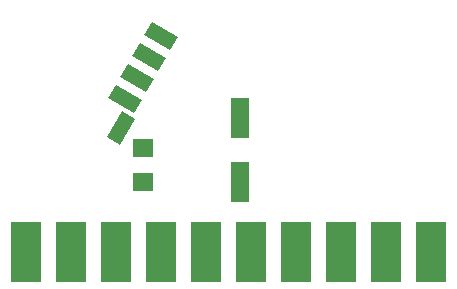
<source format=gtp>
G04 EAGLE Gerber RS-274X export*
G75*
%MOMM*%
%FSLAX34Y34*%
%LPD*%
%INTop Paste*%
%IPPOS*%
%AMOC8*
5,1,8,0,0,1.08239X$1,22.5*%
G01*
%ADD10R,2.540000X5.080000*%
%ADD11R,1.600000X3.500000*%
%ADD12R,1.270000X2.540000*%
%ADD13R,1.803000X1.600000*%


D10*
X25400Y15240D03*
X63500Y15240D03*
X101600Y15240D03*
X139700Y15240D03*
X177800Y15240D03*
X215900Y15240D03*
X254000Y15240D03*
X292100Y15240D03*
X330200Y15240D03*
X368300Y15240D03*
D11*
X207010Y128981D03*
X207010Y74981D03*
D12*
G36*
X143713Y179490D02*
X137363Y168491D01*
X115367Y181190D01*
X121717Y192189D01*
X143713Y179490D01*
G37*
G36*
X153873Y197270D02*
X147523Y186271D01*
X125527Y198970D01*
X131877Y209969D01*
X153873Y197270D01*
G37*
G36*
X133553Y161710D02*
X127203Y150711D01*
X105207Y163410D01*
X111557Y174409D01*
X133553Y161710D01*
G37*
G36*
X123393Y143930D02*
X117043Y132931D01*
X95047Y145630D01*
X101397Y156629D01*
X123393Y143930D01*
G37*
D13*
X124460Y103120D03*
X124460Y74680D03*
D12*
G36*
X105195Y106350D02*
X94196Y112700D01*
X106895Y134696D01*
X117894Y128346D01*
X105195Y106350D01*
G37*
M02*

</source>
